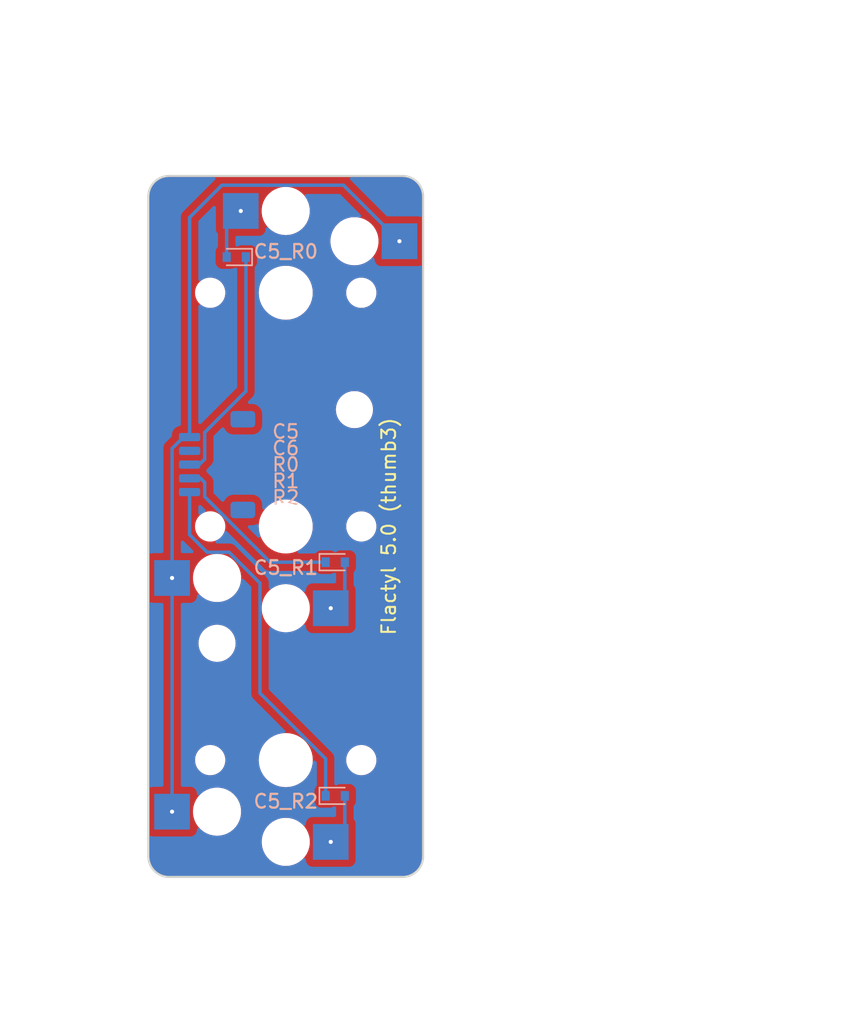
<source format=kicad_pcb>
(kicad_pcb (version 20221018) (generator pcbnew)
  (title_block (title "thumb3") (rev "v1.0.0") (company "Unknown"))
  (layers (0 "F.Cu" signal) (31 "B.Cu" signal) (34 "B.Paste" user) (35 "F.Paste" user) (36 "B.SilkS" user "B.Silkscreen") (37 "F.SilkS" user "F.Silkscreen") (38 "B.Mask" user) (39 "F.Mask" user) (44 "Edge.Cuts" user))
  (net 0 "")
  (net 1 "C5")
  (net 2 "C6")
  (net 3 "R0")
  (net 4 "R1")
  (net 5 "R2")
  (net 6 "C5_R0D")
  (net 7 "C5_R1D")
  (net 8 "C5_R2D")
  (footprint "somelogo" (layer "F.Cu") (at 20 -34)
    (fp_text reference "T2" hide)
    (fp_text value "x")
  )
  (footprint "somelogo" (layer "F.Cu") (at 0 -54)
    (fp_text reference "T3" hide)
    (fp_text value "y")
  )
  (footprint "MountingHole_2.2mm_M2" (layer "F.Cu") (at 5 -25.5)
    (fp_text reference "H2" hide)
    (fp_text value "" (at 0 0) (layer "F.SilkS") (effects (font (size 1.27 1.27))))
    (pad "" np_thru_hole circle (at 0 0) (size 2.2 2.2) (drill 2.2) (layers "*.Cu" "*.Mask"))
  )
  (footprint "somelogo" (layer "F.Cu") (at 7.5 -17 -90)
    (fp_text reference "T1" hide)
    (fp_text value "Flactyl 5.0 (thumb3)" (at 0 0 270) (layer "F.SilkS"))
  )
  (footprint "MountingHole_2.2mm_M2" (layer "F.Cu") (at -5 -8.5)
    (fp_text reference "H1" hide)
    (fp_text value "" (at 0 0) (layer "F.SilkS") (effects (font (size 1.27 1.27))))
    (pad "" np_thru_hole circle (at 0 0) (size 2.2 2.2) (drill 2.2) (layers "*.Cu" "*.Mask"))
  )
  (footprint "JST_SH_SM05B-SRSS-TB_1x05-1MP_P1.00mm_Horizontal" (layer "B.Cu") (at -5 -21.5 -90)
    (fp_text reference "JC1" hide)
    (fp_text value "" (at 0 0 -90) (layer "F.SilkS") (effects (font (size 1.27 1.27))))
    (fp_text user "C6" (at -1.2 -5 unlocked) (layer "B.SilkS"))
    (fp_text user "R0" (at 0 -5 unlocked) (layer "B.SilkS"))
    (fp_text user "C5" (at -2.4 -5 unlocked) (layer "B.SilkS"))
    (fp_text user "R1" (at 1.2 -5 unlocked) (layer "B.SilkS"))
    (fp_text user "R2" (at 2.4 -5 unlocked) (layer "B.SilkS"))
    (pad "1" smd roundrect (at -2 2 270) (size 0.6 1.55) (layers "B.Cu" "B.Paste" "B.Mask") (net 1 "C5"))
    (pad "2" smd roundrect (at -1 2 270) (size 0.6 1.55) (layers "B.Cu" "B.Paste" "B.Mask") (net 2 "C6"))
    (pad "3" smd roundrect (at 0 2 270) (size 0.6 1.55) (layers "B.Cu" "B.Paste" "B.Mask") (net 3 "R0"))
    (pad "4" smd roundrect (at 1 2 270) (size 0.6 1.55) (layers "B.Cu" "B.Paste" "B.Mask") (net 4 "R1"))
    (pad "5" smd roundrect (at 2 2 270) (size 0.6 1.55) (layers "B.Cu" "B.Paste" "B.Mask") (net 5 "R2"))
    (pad "MP" smd roundrect (at -3.3 -1.875 270) (size 1.2 1.8) (layers "B.Cu" "B.Paste" "B.Mask") (roundrect_rratio 0.208333))
    (pad "MP" smd roundrect (at 3.3 -1.875 270) (size 1.2 1.8) (layers "B.Cu" "B.Paste" "B.Mask") (roundrect_rratio 0.208333))
  )
  (footprint "Kailh_socket_PG1350_no_silk" (layer "B.Cu") (at 0 -34 180)
    (fp_text reference "S1" hide)
    (fp_text value "" (at 0 0 180) (layer "F.SilkS") (effects (font (size 1.27 1.27))))
    (fp_text user "C5_R0" (at 0 3 180) (layer "B.SilkS"))
    (fp_text user "C5_R0" (at 0 3 180) (layer "F.SilkS"))
    (pad "" np_thru_hole circle (at -5.5 0) (size 1.7018 1.7018) (drill 1.7018) (layers "*.Cu" "*.Mask"))
    (pad "" np_thru_hole circle (at -5 3.75) (size 3 3) (drill 3) (layers "*.Cu" "*.Mask"))
    (pad "" np_thru_hole circle (at 0 0) (size 3.429 3.429) (drill 3.429) (layers "*.Cu" "*.Mask"))
    (pad "" np_thru_hole circle (at 0 5.95) (size 3 3) (drill 3) (layers "*.Cu" "*.Mask"))
    (pad "" np_thru_hole circle (at 5.5 0) (size 1.7018 1.7018) (drill 1.7018) (layers "*.Cu" "*.Mask"))
    (pad "1" smd rect (at 3.275 5.95) (size 2.6 2.6) (layers "B.Cu" "B.Paste" "B.Mask") (net 6 "C5_R0D"))
    (pad "2" smd rect (at -8.275 3.75) (size 2.6 2.6) (layers "B.Cu" "B.Paste" "B.Mask") (net 1 "C5"))
    (pad "3" thru_hole circle (at 3.275 5.95) (size 0.6 0.6) (drill 0.3) (layers "*.Cu") (net 6 "C5_R0D"))
    (pad "4" thru_hole circle (at -8.275 3.75) (size 0.6 0.6) (drill 0.3) (layers "*.Cu") (net 1 "C5"))
  )
  (footprint "D_SOD-523" (layer "B.Cu") (at 3.6 -14.4)
    (fp_text reference "D2" hide)
    (fp_text value "D_SOD-523")
    (fp_line (start -1.15 -0.6) (end -1.15 0.6) (stroke (width 0.12)) (layer "B.SilkS"))
    (fp_line (start 0.7 -0.6) (end -1.15 -0.6) (stroke (width 0.12)) (layer "B.SilkS"))
    (fp_line (start 0.7 0.6) (end -1.15 0.6) (stroke (width 0.12)) (layer "B.SilkS"))
    (pad "1" smd rect (at -0.7 0) (size 0.6 0.7) (layers "B.Cu" "B.Paste" "B.Mask") (net 4 "R1"))
    (pad "2" smd rect (at 0.7 0) (size 0.6 0.7) (layers "B.Cu" "B.Paste" "B.Mask") (net 7 "C5_R1D"))
  )
  (footprint "Kailh_socket_PG1350_no_silk" (layer "B.Cu") (at 0 0)
    (fp_text reference "S3" hide)
    (fp_text value "" (at 0 0) (layer "F.SilkS") (effects (font (size 1.27 1.27))))
    (fp_text user "C5_R2" (at 0 3) (layer "B.SilkS"))
    (fp_text user "C5_R2" (at 0 3) (layer "F.SilkS"))
    (pad "" np_thru_hole circle (at -5.5 0) (size 1.7018 1.7018) (drill 1.7018) (layers "*.Cu" "*.Mask"))
    (pad "" np_thru_hole circle (at -5 3.75) (size 3 3) (drill 3) (layers "*.Cu" "*.Mask"))
    (pad "" np_thru_hole circle (at 0 0) (size 3.429 3.429) (drill 3.429) (layers "*.Cu" "*.Mask"))
    (pad "" np_thru_hole circle (at 0 5.95) (size 3 3) (drill 3) (layers "*.Cu" "*.Mask"))
    (pad "" np_thru_hole circle (at 5.5 0) (size 1.7018 1.7018) (drill 1.7018) (layers "*.Cu" "*.Mask"))
    (pad "1" smd rect (at 3.275 5.95) (size 2.6 2.6) (layers "B.Cu" "B.Paste" "B.Mask") (net 8 "C5_R2D"))
    (pad "2" smd rect (at -8.275 3.75) (size 2.6 2.6) (layers "B.Cu" "B.Paste" "B.Mask") (net 1 "C5"))
    (pad "3" thru_hole circle (at 3.275 5.95) (size 0.6 0.6) (drill 0.3) (layers "*.Cu") (net 8 "C5_R2D"))
    (pad "4" thru_hole circle (at -8.275 3.75) (size 0.6 0.6) (drill 0.3) (layers "*.Cu") (net 1 "C5"))
  )
  (footprint "D_SOD-523" (layer "B.Cu") (at -3.6 -36.6 180)
    (fp_text reference "D1" hide)
    (fp_text value "D_SOD-523")
    (fp_line (start -1.15 -0.6) (end -1.15 0.6) (stroke (width 0.12)) (layer "B.SilkS"))
    (fp_line (start 0.7 -0.6) (end -1.15 -0.6) (stroke (width 0.12)) (layer "B.SilkS"))
    (fp_line (start 0.7 0.6) (end -1.15 0.6) (stroke (width 0.12)) (layer "B.SilkS"))
    (pad "1" smd rect (at -0.7 0 180) (size 0.6 0.7) (layers "B.Cu" "B.Paste" "B.Mask") (net 3 "R0"))
    (pad "2" smd rect (at 0.7 0 180) (size 0.6 0.7) (layers "B.Cu" "B.Paste" "B.Mask") (net 6 "C5_R0D"))
  )
  (footprint "D_SOD-523" (layer "B.Cu") (at 3.6 2.6)
    (fp_text reference "D3" hide)
    (fp_text value "D_SOD-523")
    (fp_line (start -1.15 -0.6) (end -1.15 0.6) (stroke (width 0.12)) (layer "B.SilkS"))
    (fp_line (start 0.7 -0.6) (end -1.15 -0.6) (stroke (width 0.12)) (layer "B.SilkS"))
    (fp_line (start 0.7 0.6) (end -1.15 0.6) (stroke (width 0.12)) (layer "B.SilkS"))
    (pad "1" smd rect (at -0.7 0) (size 0.6 0.7) (layers "B.Cu" "B.Paste" "B.Mask") (net 5 "R2"))
    (pad "2" smd rect (at 0.7 0) (size 0.6 0.7) (layers "B.Cu" "B.Paste" "B.Mask") (net 8 "C5_R2D"))
  )
  (footprint "Kailh_socket_PG1350_no_silk" (layer "B.Cu") (at 0 -17)
    (fp_text reference "S2" hide)
    (fp_text value "" (at 0 0) (layer "F.SilkS") (effects (font (size 1.27 1.27))))
    (fp_text user "C5_R1" (at 0 3) (layer "B.SilkS"))
    (fp_text user "C5_R1" (at 0 3) (layer "F.SilkS"))
    (pad "" np_thru_hole circle (at -5.5 0) (size 1.7018 1.7018) (drill 1.7018) (layers "*.Cu" "*.Mask"))
    (pad "" np_thru_hole circle (at -5 3.75) (size 3 3) (drill 3) (layers "*.Cu" "*.Mask"))
    (pad "" np_thru_hole circle (at 0 0) (size 3.429 3.429) (drill 3.429) (layers "*.Cu" "*.Mask"))
    (pad "" np_thru_hole circle (at 0 5.95) (size 3 3) (drill 3) (layers "*.Cu" "*.Mask"))
    (pad "" np_thru_hole circle (at 5.5 0) (size 1.7018 1.7018) (drill 1.7018) (layers "*.Cu" "*.Mask"))
    (pad "1" smd rect (at 3.275 5.95) (size 2.6 2.6) (layers "B.Cu" "B.Paste" "B.Mask") (net 7 "C5_R1D"))
    (pad "2" smd rect (at -8.275 3.75) (size 2.6 2.6) (layers "B.Cu" "B.Paste" "B.Mask") (net 1 "C5"))
    (pad "3" thru_hole circle (at 3.275 5.95) (size 0.6 0.6) (drill 0.3) (layers "*.Cu") (net 7 "C5_R1D"))
    (pad "4" thru_hole circle (at -8.275 3.75) (size 0.6 0.6) (drill 0.3) (layers "*.Cu") (net 1 "C5"))
  )
  (gr_line (start -8.5 8.5) (end 8.5 8.5) (stroke (width 0.15)) (layer "Edge.Cuts"))
  (gr_arc (start -10 -41) (mid -9.56066 -42.06066) (end -8.5 -42.5) (stroke (width 0.15)) (layer "Edge.Cuts"))
  (gr_line (start -10 7) (end -10 -41) (stroke (width 0.15)) (layer "Edge.Cuts"))
  (gr_arc (start 10 7) (mid 9.56066 8.06066) (end 8.5 8.5) (stroke (width 0.15)) (layer "Edge.Cuts"))
  (gr_line (start 8.5 -42.5) (end -8.5 -42.5) (stroke (width 0.15)) (layer "Edge.Cuts"))
  (gr_arc (start -8.5 8.5) (mid -9.56066 8.06066) (end -10 7) (stroke (width 0.15)) (layer "Edge.Cuts"))
  (gr_arc (start 8.5 -42.5) (mid 9.56066 -42.06066) (end 10 -41) (stroke (width 0.15)) (layer "Edge.Cuts"))
  (gr_line (start 10 7) (end 10 -41) (stroke (width 0.15)) (layer "Edge.Cuts"))
  (segment (start -7.446751 -23.5) (end -7 -23.5) (width 0.25) (layer "B.Cu") (net 1))
  (segment (start -8.275 -22.671751) (end -7.446751 -23.5) (width 0.25) (layer "B.Cu") (net 1))
  (segment (start -8.275 3.75) (end -8.275 -13.25) (width 0.25) (layer "B.Cu") (net 1))
  (segment (start 4.2 -41.825) (end -4.65 -41.825) (width 0.25) (layer "B.Cu") (net 1))
  (segment (start 8.275 -37.75) (end 4.2 -41.825) (width 0.25) (layer "B.Cu") (net 1))
  (segment (start -7 -39.475) (end -7 -23.5) (width 0.25) (layer "B.Cu") (net 1))
  (segment (start -8.275 -13.25) (end -8.275 -22.671751) (width 0.25) (layer "B.Cu") (net 1))
  (segment (start -4.65 -41.825) (end -7 -39.475) (width 0.25) (layer "B.Cu") (net 1))
  (segment (start -6.3 -21.5) (end -7 -21.5) (width 0.25) (layer "B.Cu") (net 3))
  (segment (start -5.9 -21.9) (end -6.3 -21.5) (width 0.25) (layer "B.Cu") (net 3))
  (segment (start -2.9 -26.838173) (end -5.9 -23.838173) (width 0.25) (layer "B.Cu") (net 3))
  (segment (start -2.9 -36.6) (end -2.9 -26.838173) (width 0.25) (layer "B.Cu") (net 3))
  (segment (start -5.9 -23.838173) (end -5.9 -21.9) (width 0.25) (layer "B.Cu") (net 3))
  (segment (start -6.2 -20.5) (end -7 -20.5) (width 0.25) (layer "B.Cu") (net 4))
  (segment (start -1.138173 -14.4) (end -5.9 -19.161827) (width 0.25) (layer "B.Cu") (net 4))
  (segment (start -5.9 -19.161827) (end -5.9 -20.2) (width 0.25) (layer "B.Cu") (net 4))
  (segment (start 2.9 -14.4) (end -1.138173 -14.4) (width 0.25) (layer "B.Cu") (net 4))
  (segment (start -5.9 -20.2) (end -6.2 -20.5) (width 0.25) (layer "B.Cu") (net 4))
  (segment (start -4.125 -15.125) (end -1.875 -12.875) (width 0.25) (layer "B.Cu") (net 5))
  (segment (start -1.875 -12.875) (end -1.875 -4.875) (width 0.25) (layer "B.Cu") (net 5))
  (segment (start 2.9 -0.1) (end 2.9 2.6) (width 0.25) (layer "B.Cu") (net 5))
  (segment (start -7 -16.4) (end -5.725 -15.125) (width 0.25) (layer "B.Cu") (net 5))
  (segment (start -1.875 -4.875) (end 2.9 -0.1) (width 0.25) (layer "B.Cu") (net 5))
  (segment (start -7 -19.5) (end -7 -16.4) (width 0.25) (layer "B.Cu") (net 5))
  (segment (start -5.725 -15.125) (end -4.125 -15.125) (width 0.25) (layer "B.Cu") (net 5))
  (segment (start -4.3 -38.925) (end -3.275 -39.95) (width 0.25) (layer "B.Cu") (net 6))
  (segment (start -4.3 -36.6) (end -4.3 -38.925) (width 0.25) (layer "B.Cu") (net 6))
  (segment (start 4.3 -14.4) (end 4.3 -12.075) (width 0.25) (layer "B.Cu") (net 7))
  (segment (start 4.3 -12.075) (end 3.275 -11.05) (width 0.25) (layer "B.Cu") (net 7))
  (segment (start 4.3 4.925) (end 3.275 5.95) (width 0.25) (layer "B.Cu") (net 8))
  (segment (start 4.3 2.6) (end 4.3 4.925) (width 0.25) (layer "B.Cu") (net 8))
  (zone (net 0) (net_name "") (layers "F&B.Cu") (connect_pads (clearance 0.508)) (min_thickness 0.25) (fill yes (thermal_gap 0.5) (thermal_bridge_width 0.5) (island_removal_mode 1) (island_area_min 10))
    (polygon (pts (xy -20.8 -55.3) (xy -20.2 19.2) (xy 42.1 18.2) (xy 40.4 -53.8)))
  )
)
</source>
